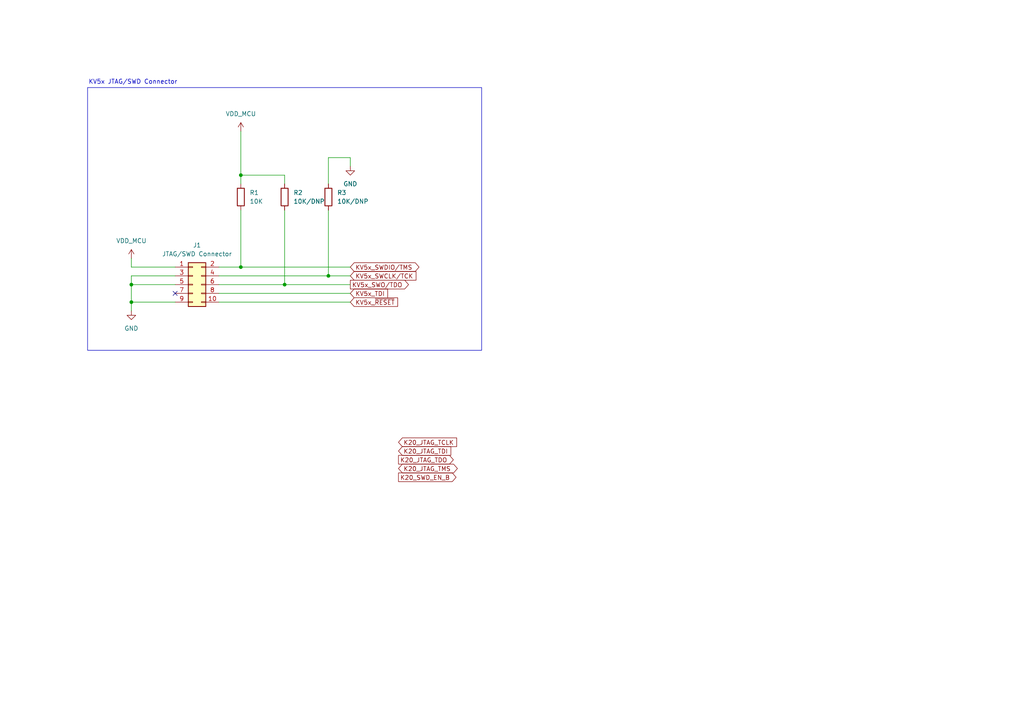
<source format=kicad_sch>
(kicad_sch (version 20250114) (generator "eeschema") (generator_version "9.0")
  (paper "A4")
  (lib_symbols
    (symbol "0_kv5x_devboard:VDD_MCU" (power) (pin_numbers (hide yes)) (pin_names (offset 0) (hide yes))
      (property "Value" "VDD_MCU" (at 0 3.556 0))
      (symbol "VDD_MCU_0_1"
        (polyline (pts (xy -0.762 1.27) (xy 0 2.54)))
        (polyline (pts (xy 0 2.54) (xy 0.762 1.27)))
        (polyline (pts (xy 0 0) (xy 0 2.54)))
      )
      (symbol "VDD_MCU_1_1"
        (pin power_in line (at 0 0 90) (length 0) (name "~") (number "1"))
      )
    )
    (symbol "Connector_Generic:Conn_02x05_Odd_Even" (pin_names (offset 1.016) (hide yes))
      (property "Reference" "J" (at 1.27 7.62 0))
      (property "Value" "Conn_02x05_Odd_Even" (at 1.27 -7.62 0))
      (symbol "Conn_02x05_Odd_Even_1_1"
        (rectangle (start -1.27 6.35) (end 3.81 -6.35) (stroke (width 0.254)) (fill (type background)))
        (rectangle (start -1.27 5.207) (end 0 4.953) (stroke (width 0.1524)))
        (rectangle (start -1.27 2.667) (end 0 2.413) (stroke (width 0.1524)))
        (rectangle (start -1.27 0.127) (end 0 -0.127) (stroke (width 0.1524)))
        (rectangle (start -1.27 -2.413) (end 0 -2.667) (stroke (width 0.1524)))
        (rectangle (start -1.27 -4.953) (end 0 -5.207) (stroke (width 0.1524)))
        (rectangle (start 3.81 5.207) (end 2.54 4.953) (stroke (width 0.1524)))
        (rectangle (start 3.81 2.667) (end 2.54 2.413) (stroke (width 0.1524)))
        (rectangle (start 3.81 0.127) (end 2.54 -0.127) (stroke (width 0.1524)))
        (rectangle (start 3.81 -2.413) (end 2.54 -2.667) (stroke (width 0.1524)))
        (rectangle (start 3.81 -4.953) (end 2.54 -5.207) (stroke (width 0.1524)))
        (pin passive line (at -5.08 5.08 0) (length 3.81) (name "Pin_1") (number "1"))
        (pin passive line (at -5.08 2.54 0) (length 3.81) (name "Pin_3") (number "3"))
        (pin passive line (at -5.08 0 0) (length 3.81) (name "Pin_5") (number "5"))
        (pin passive line (at -5.08 -2.54 0) (length 3.81) (name "Pin_7") (number "7"))
        (pin passive line (at -5.08 -5.08 0) (length 3.81) (name "Pin_9") (number "9"))
        (pin passive line (at 7.62 5.08 180) (length 3.81) (name "Pin_2") (number "2"))
        (pin passive line (at 7.62 2.54 180) (length 3.81) (name "Pin_4") (number "4"))
        (pin passive line (at 7.62 0 180) (length 3.81) (name "Pin_6") (number "6"))
        (pin passive line (at 7.62 -2.54 180) (length 3.81) (name "Pin_8") (number "8"))
        (pin passive line (at 7.62 -5.08 180) (length 3.81) (name "Pin_10") (number "10"))
      )
    )
    (symbol "Device:R" (pin_numbers (hide yes)) (pin_names (offset 0))
      (property "Reference" "R" (at 2.032 0 90))
      (property "Value" "R" (at 0 0 90))
      (symbol "R_0_1"
        (rectangle (start -1.016 -2.54) (end 1.016 2.54) (stroke (width 0.254)))
      )
      (symbol "R_1_1"
        (pin passive line (at 0 3.81 270) (length 1.27) (name "~") (number "1"))
        (pin passive line (at 0 -3.81 90) (length 1.27) (name "~") (number "2"))
      )
    )
    (symbol "power:GND" (power) (pin_numbers (hide yes)) (pin_names (offset 0) (hide yes))
      (property "Value" "GND" (at 0 -3.81 0))
      (symbol "GND_0_1"
        (polyline (pts (xy 0 0) (xy 0 -1.27) (xy 1.27 -1.27) (xy 0 -2.54) (xy -1.27 -1.27) (xy 0 -1.27)))
      )
      (symbol "GND_1_1"
        (pin power_in line (at 0 0 270) (length 0) (name "~") (number "1"))
      )
    )
  )
  (rectangle (start 25.4 25.4) (end 139.7 101.6))
  (text "KV5x JTAG/SWD Connector" (at 25.654 23.876 0) (effects (font (size 1.27 1.27)) (justify left)))
  (junction (at 95.25 80.01))
  (junction (at 38.1 82.55))
  (junction (at 82.55 82.55))
  (junction (at 69.85 50.8))
  (junction (at 38.1 87.63))
  (junction (at 69.85 77.47))
  (no_connect (at 50.8 85.09))
  (wire (pts (xy 95.25 53.34) (xy 95.25 45.72)))
  (wire (pts (xy 50.8 80.01) (xy 38.1 80.01)))
  (wire (pts (xy 82.55 82.55) (xy 63.5 82.55)))
  (wire (pts (xy 101.6 85.09) (xy 63.5 85.09)))
  (wire (pts (xy 95.25 45.72) (xy 101.6 45.72)))
  (wire (pts (xy 101.6 80.01) (xy 95.25 80.01)))
  (wire (pts (xy 101.6 77.47) (xy 69.85 77.47)))
  (wire (pts (xy 69.85 50.8) (xy 69.85 53.34)))
  (wire (pts (xy 95.25 80.01) (xy 63.5 80.01)))
  (wire (pts (xy 101.6 45.72) (xy 101.6 48.26)))
  (wire (pts (xy 50.8 87.63) (xy 38.1 87.63)))
  (wire (pts (xy 101.6 87.63) (xy 63.5 87.63)))
  (wire (pts (xy 38.1 82.55) (xy 50.8 82.55)))
  (wire (pts (xy 101.6 82.55) (xy 82.55 82.55)))
  (wire (pts (xy 38.1 87.63) (xy 38.1 82.55)))
  (wire (pts (xy 50.8 77.47) (xy 38.1 77.47)))
  (wire (pts (xy 69.85 77.47) (xy 63.5 77.47)))
  (wire (pts (xy 82.55 60.96) (xy 82.55 82.55)))
  (wire (pts (xy 38.1 87.63) (xy 38.1 90.17)))
  (wire (pts (xy 82.55 50.8) (xy 69.85 50.8)))
  (wire (pts (xy 95.25 60.96) (xy 95.25 80.01)))
  (wire (pts (xy 38.1 80.01) (xy 38.1 82.55)))
  (wire (pts (xy 38.1 74.93) (xy 38.1 77.47)))
  (wire (pts (xy 69.85 38.1) (xy 69.85 50.8)))
  (wire (pts (xy 69.85 60.96) (xy 69.85 77.47)))
  (wire (pts (xy 82.55 53.34) (xy 82.55 50.8)))
  (global_label "KV5x_SWCLK{slash}TCK" (shape input) (at 101.6 80.01 0) (property "Intersheetrefs" "${INTERSHEET_REFS}" (effects (hide yes))))
  (global_label "KV5x_~{RESET}" (shape input) (at 101.6 87.63 0) (property "Intersheetrefs" "${INTERSHEET_REFS}" (effects (hide yes))))
  (global_label "KV5x_SWDIO{slash}TMS" (shape bidirectional) (at 101.6 77.47 0) (property "Intersheetrefs" "${INTERSHEET_REFS}" (effects (hide yes))))
  (global_label "K20_SWD_EN_B" (shape output) (at 115.57 138.43 0) (property "Intersheetrefs" "${INTERSHEET_REFS}" (effects (hide yes))))
  (global_label "K20_JTAG_TDI" (shape input) (at 115.57 130.81 0) (property "Intersheetrefs" "${INTERSHEET_REFS}" (effects (hide yes))))
  (global_label "K20_JTAG_TCLK" (shape input) (at 115.57 128.27 0) (property "Intersheetrefs" "${INTERSHEET_REFS}" (effects (hide yes))))
  (global_label "KV5x_TDI" (shape input) (at 101.6 85.09 0) (property "Intersheetrefs" "${INTERSHEET_REFS}" (effects (hide yes))))
  (global_label "K20_JTAG_TDO" (shape output) (at 115.57 133.35 0) (property "Intersheetrefs" "${INTERSHEET_REFS}" (effects (hide yes))))
  (global_label "KV5x_SWO{slash}TDO" (shape output) (at 101.6 82.55 0) (property "Intersheetrefs" "${INTERSHEET_REFS}" (effects (hide yes))))
  (global_label "K20_JTAG_TMS" (shape bidirectional) (at 115.57 135.89 0) (property "Intersheetrefs" "${INTERSHEET_REFS}" (effects (hide yes))))
  (symbol (lib_id "Device:R") (at 82.55 57.15 0) (unit 1)
    (property "Reference" "R2" (at 85.09 55.8799 0) (effects (justify left)))
    (property "Value" "10K/DNP" (at 85.09 58.4199 0) (effects (justify left)))
    (property "Footprint" "Resistor_SMD:R_0603_1608Metric" (effects (hide yes)))
    (property "Description" "Resistor" (effects (hide yes)))
  )
  (symbol (lib_id "power:GND") (at 101.6 48.26 0) (unit 1)
    (property "Reference" "#PWR07" (effects (hide yes)))
    (property "Value" "GND" (at 101.6 53.34 0))
    (property "Description" "Power symbol creates a global label with name \"GND\" , ground" (effects (hide yes)))
  )
  (symbol (lib_id "Device:R") (at 69.85 57.15 0) (unit 1)
    (property "Reference" "R1" (at 72.39 55.8799 0) (effects (justify left)))
    (property "Value" "10K" (at 72.39 58.4199 0) (effects (justify left)))
    (property "Footprint" "Resistor_SMD:R_0603_1608Metric" (effects (hide yes)))
    (property "Description" "Resistor" (effects (hide yes)))
  )
  (symbol (lib_id "0_kv5x_devboard:VDD_MCU") (at 69.85 38.1 0) (unit 1)
    (property "Reference" "#PWR06" (effects (hide yes)))
    (property "Value" "VDD_MCU" (at 69.85 33.02 0))
    (property "Description" "Power symbol creates a global label with name \"VDD_MCU\"" (effects (hide yes)))
  )
  (symbol (lib_id "0_kv5x_devboard:VDD_MCU") (at 38.1 74.93 0) (unit 1)
    (property "Reference" "#PWR04" (effects (hide yes)))
    (property "Value" "VDD_MCU" (at 38.1 69.85 0))
    (property "Description" "Power symbol creates a global label with name \"VDD_MCU\"" (effects (hide yes)))
  )
  (symbol (lib_id "Connector_Generic:Conn_02x05_Odd_Even") (at 55.88 82.55 0) (unit 1)
    (property "Reference" "J1" (at 57.15 71.12 0))
    (property "Value" "JTAG/SWD Connector" (at 57.15 73.66 0))
    (property "Footprint" "Connector_PinHeader_1.27mm:PinHeader_2x05_P1.27mm_Vertical_SMD" (effects (hide yes)))
    (property "Description" "Generic connector, double row, 02x05, odd/even pin numbering scheme (row 1 odd numbers, row 2 even numbers), script generated (kicad-library-utils/schlib/autogen/connector/)" (effects (hide yes)))
  )
  (symbol (lib_id "Device:R") (at 95.25 57.15 0) (unit 1)
    (property "Reference" "R3" (at 97.79 55.8799 0) (effects (justify left)))
    (property "Value" "10K/DNP" (at 97.79 58.4199 0) (effects (justify left)))
    (property "Footprint" "Resistor_SMD:R_0603_1608Metric" (effects (hide yes)))
    (property "Description" "Resistor" (effects (hide yes)))
  )
  (symbol (lib_id "power:GND") (at 38.1 90.17 0) (unit 1)
    (property "Reference" "#PWR05" (effects (hide yes)))
    (property "Value" "GND" (at 38.1 95.25 0))
    (property "Description" "Power symbol creates a global label with name \"GND\" , ground" (effects (hide yes)))
  )
)
</source>
